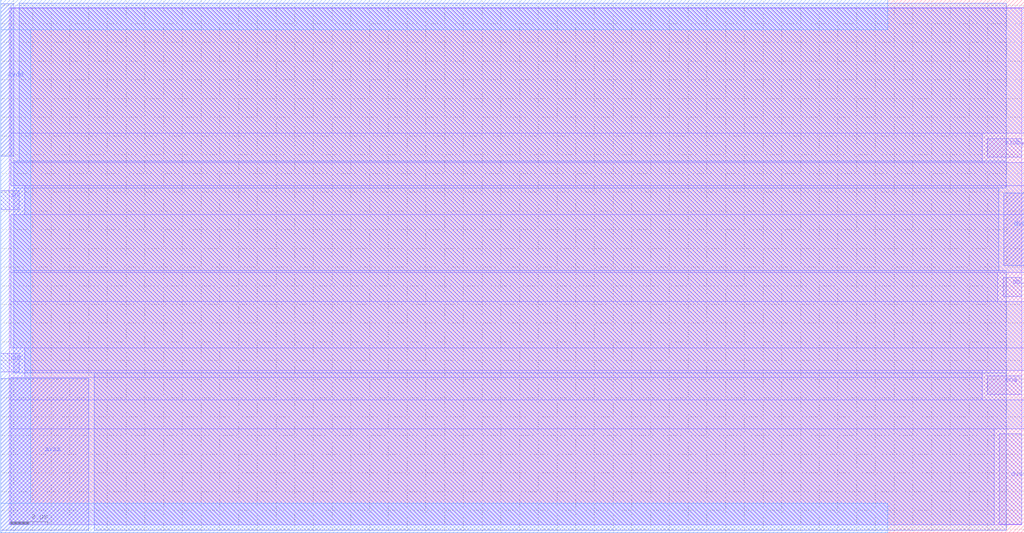
<source format=lef>
VERSION 5.7 ;
  NOWIREEXTENSIONATPIN ON ;
  DIVIDERCHAR "/" ;
  BUSBITCHARS "[]" ;
MACRO sky130_ef_ip__xtal_osc_16M
  CLASS BLOCK ;
  FOREIGN sky130_ef_ip__xtal_osc_16M ;
  ORIGIN -12.300 12.200 ;
  SIZE 54.640 BY 28.480 ;
  PIN in
    ANTENNAGATEAREA 0.420000 ;
    ANTENNADIFFAREA 0.526800 ;
    PORT
      LAYER met1 ;
        RECT 12.300 5.080 13.300 6.080 ;
    END
  END in
  PIN out
    PORT
      LAYER met1 ;
        RECT 12.300 -3.610 13.300 -2.610 ;
    END
  END out
  PIN avdd
    ANTENNADIFFAREA 98.890800 ;
    PORT
      LAYER met2 ;
        RECT 12.300 7.935 13.000 16.075 ;
    END
  END avdd
  PIN avss
    ANTENNADIFFAREA 81.684601 ;
    PORT
      LAYER met2 ;
        RECT 12.300 -12.075 17.005 -3.950 ;
    END
  END avss
  PIN dvdd
    ANTENNADIFFAREA 4.959600 ;
    PORT
      LAYER met2 ;
        RECT 65.855 2.090 66.930 5.950 ;
    END
  END dvdd
  PIN dvss
    ANTENNADIFFAREA 21.305099 ;
    PORT
      LAYER met1 ;
        RECT 65.620 -11.740 66.820 -6.920 ;
    END
  END dvss
  PIN ena
    ANTENNAGATEAREA 0.510000 ;
    PORT
      LAYER met1 ;
        RECT 64.970 -4.810 66.820 -3.810 ;
    END
  END ena
  PIN dout
    ANTENNADIFFAREA 0.435000 ;
    PORT
      LAYER met1 ;
        RECT 65.820 0.440 66.820 1.440 ;
    END
  END dout
  PIN stdby
    ANTENNAGATEAREA 0.510000 ;
    PORT
      LAYER met1 ;
        RECT 64.970 7.870 66.820 8.870 ;
    END
  END stdby
  OBS
      LAYER nwell ;
        RECT 12.300 14.670 59.650 16.280 ;
        RECT 12.300 -10.610 13.910 14.670 ;
        RECT 12.300 -12.200 59.650 -10.610 ;
      LAYER li1 ;
        RECT 12.765 -11.780 66.810 15.815 ;
      LAYER met1 ;
        RECT 12.830 9.150 66.930 15.845 ;
        RECT 12.830 7.590 64.690 9.150 ;
        RECT 12.830 6.360 66.930 7.590 ;
        RECT 13.580 4.800 66.930 6.360 ;
        RECT 12.830 1.720 66.930 4.800 ;
        RECT 12.830 0.160 65.540 1.720 ;
        RECT 12.830 -2.330 66.930 0.160 ;
        RECT 13.580 -3.530 66.930 -2.330 ;
        RECT 13.580 -3.890 64.690 -3.530 ;
        RECT 12.830 -5.090 64.690 -3.890 ;
        RECT 12.830 -6.640 66.930 -5.090 ;
        RECT 12.830 -11.780 65.340 -6.640 ;
      LAYER met2 ;
        RECT 13.280 7.655 65.985 16.085 ;
        RECT 13.000 6.230 65.985 7.655 ;
        RECT 13.000 1.810 65.575 6.230 ;
        RECT 13.000 -3.670 65.985 1.810 ;
        RECT 17.285 -12.075 65.985 -3.670 ;
  END
END sky130_ef_ip__xtal_osc_16M
END LIBRARY


</source>
